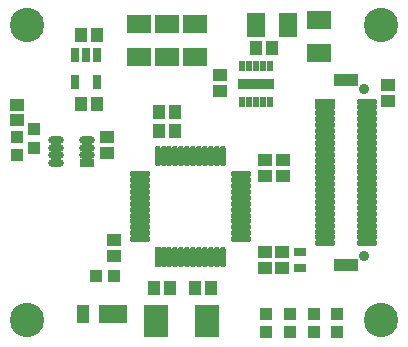
<source format=gts>
G04*
G04 #@! TF.GenerationSoftware,Altium Limited,Altium Designer,19.0.10 (269)*
G04*
G04 Layer_Color=8388736*
%FSLAX25Y25*%
%MOIN*%
G70*
G01*
G75*
%ADD37R,0.04343X0.06312*%
%ADD38R,0.09461X0.06312*%
%ADD39R,0.04147X0.04147*%
%ADD40R,0.04143X0.04537*%
%ADD41R,0.04147X0.04147*%
%ADD42R,0.04537X0.04143*%
%ADD43R,0.07887X0.06312*%
%ADD44R,0.03162X0.04934*%
%ADD45R,0.03950X0.03162*%
%ADD46R,0.06312X0.07887*%
%ADD47R,0.12217X0.03556*%
%ADD48R,0.01981X0.03359*%
%ADD49O,0.06902X0.01981*%
%ADD50O,0.01981X0.06902*%
%ADD51R,0.01981X0.06902*%
%ADD52R,0.08280X0.11036*%
%ADD53R,0.07887X0.03950*%
%ADD54O,0.07099X0.01981*%
%ADD55R,0.07099X0.01981*%
%ADD56R,0.05131X0.02572*%
%ADD57O,0.05131X0.02572*%
%ADD58C,0.11430*%
%ADD59C,0.03556*%
G36*
X80453Y84213D02*
X82146D01*
Y81142D01*
X80453D01*
Y84213D01*
D02*
G37*
G36*
X82815D02*
X84508D01*
Y81142D01*
X82815D01*
Y84213D01*
D02*
G37*
G36*
X85177D02*
X86870D01*
Y81142D01*
X85177D01*
Y84213D01*
D02*
G37*
G36*
X87539D02*
X89232D01*
Y81142D01*
X87539D01*
Y84213D01*
D02*
G37*
G36*
X89902D02*
X91594D01*
Y81142D01*
X89902D01*
Y84213D01*
D02*
G37*
G36*
X91594Y93150D02*
X89902D01*
Y96220D01*
X91594D01*
Y93150D01*
D02*
G37*
G36*
X89232D02*
X87539D01*
Y96220D01*
X89232D01*
Y93150D01*
D02*
G37*
G36*
X86870D02*
X85177D01*
Y96220D01*
X86870D01*
Y93150D01*
D02*
G37*
G36*
X84508D02*
X82815D01*
Y96220D01*
X84508D01*
Y93150D01*
D02*
G37*
G36*
X82146D02*
X80453D01*
Y96220D01*
X82146D01*
Y93150D01*
D02*
G37*
G36*
X91988Y87047D02*
X80059D01*
Y90315D01*
X91988D01*
Y87047D01*
D02*
G37*
D37*
X28366Y12027D02*
D03*
D38*
X38405D02*
D03*
D39*
X38858Y24409D02*
D03*
X32756D02*
D03*
D40*
X52165Y20472D02*
D03*
X57480D02*
D03*
X71161D02*
D03*
X65847D02*
D03*
X53642Y72869D02*
D03*
X58957D02*
D03*
X33169Y104823D02*
D03*
X27854D02*
D03*
X33169Y81890D02*
D03*
X27854D02*
D03*
X58957Y79134D02*
D03*
X53642D02*
D03*
X91339Y100394D02*
D03*
X86024D02*
D03*
D41*
X113189Y5709D02*
D03*
Y11811D02*
D03*
X105315Y5709D02*
D03*
Y11811D02*
D03*
X97441Y5709D02*
D03*
Y11811D02*
D03*
X89567Y5709D02*
D03*
Y11811D02*
D03*
X12008Y73425D02*
D03*
Y67323D02*
D03*
X6299Y70866D02*
D03*
Y64764D02*
D03*
D42*
X130137Y82917D02*
D03*
Y88232D02*
D03*
X94882Y32677D02*
D03*
Y27362D02*
D03*
X88976D02*
D03*
Y32677D02*
D03*
X74016Y91634D02*
D03*
Y86319D02*
D03*
X95276Y63287D02*
D03*
Y57972D02*
D03*
X89173Y63287D02*
D03*
Y57972D02*
D03*
X38780Y31126D02*
D03*
Y36441D02*
D03*
X36614Y70866D02*
D03*
Y65551D02*
D03*
X6299Y81693D02*
D03*
Y76378D02*
D03*
D43*
X107283Y98917D02*
D03*
Y109744D02*
D03*
X47244Y108465D02*
D03*
Y97638D02*
D03*
X65748Y108465D02*
D03*
Y97638D02*
D03*
X56299Y108465D02*
D03*
Y97638D02*
D03*
D44*
X33169Y89075D02*
D03*
X25689D02*
D03*
Y98130D02*
D03*
X29429D02*
D03*
X33169D02*
D03*
D45*
X100787Y32677D02*
D03*
Y27165D02*
D03*
D46*
X96850Y108268D02*
D03*
X86024D02*
D03*
D47*
Y88681D02*
D03*
D48*
X90748Y82677D02*
D03*
X88386D02*
D03*
X86024D02*
D03*
X83661D02*
D03*
X81299D02*
D03*
Y94685D02*
D03*
X83661D02*
D03*
X86024D02*
D03*
X88386D02*
D03*
X90748D02*
D03*
D49*
X47343Y36811D02*
D03*
Y38780D02*
D03*
Y40748D02*
D03*
Y42717D02*
D03*
Y44685D02*
D03*
Y46654D02*
D03*
Y48622D02*
D03*
Y50591D02*
D03*
Y52559D02*
D03*
Y54528D02*
D03*
Y56496D02*
D03*
Y58465D02*
D03*
X81004D02*
D03*
Y56496D02*
D03*
Y54528D02*
D03*
Y52559D02*
D03*
Y50591D02*
D03*
Y48622D02*
D03*
Y46654D02*
D03*
Y44685D02*
D03*
Y42717D02*
D03*
Y40748D02*
D03*
Y38780D02*
D03*
Y36811D02*
D03*
D50*
X53347Y64468D02*
D03*
X55315D02*
D03*
X57284D02*
D03*
X59252D02*
D03*
X61221D02*
D03*
X63189D02*
D03*
X65158D02*
D03*
X67126D02*
D03*
X69095D02*
D03*
X71063D02*
D03*
X73032D02*
D03*
X75000D02*
D03*
Y30807D02*
D03*
X73032D02*
D03*
X71063D02*
D03*
X69095D02*
D03*
X67126D02*
D03*
X65158D02*
D03*
X63189D02*
D03*
X61221D02*
D03*
X59252D02*
D03*
X57284D02*
D03*
X55315D02*
D03*
D51*
X53347D02*
D03*
D52*
X69685Y9449D02*
D03*
X52756D02*
D03*
D53*
X116142Y89764D02*
D03*
Y28346D02*
D03*
D54*
X123228Y35433D02*
D03*
Y37402D02*
D03*
Y39370D02*
D03*
Y41339D02*
D03*
Y43307D02*
D03*
Y45276D02*
D03*
Y47244D02*
D03*
Y49213D02*
D03*
Y51181D02*
D03*
Y53150D02*
D03*
Y55118D02*
D03*
Y57087D02*
D03*
Y59055D02*
D03*
Y61024D02*
D03*
Y62992D02*
D03*
Y64961D02*
D03*
Y66929D02*
D03*
Y68898D02*
D03*
Y70866D02*
D03*
Y72835D02*
D03*
Y74803D02*
D03*
Y76772D02*
D03*
Y78740D02*
D03*
Y80709D02*
D03*
Y82677D02*
D03*
X109055Y35433D02*
D03*
Y37402D02*
D03*
Y39370D02*
D03*
Y41339D02*
D03*
Y43307D02*
D03*
Y45276D02*
D03*
Y47244D02*
D03*
Y49213D02*
D03*
Y51181D02*
D03*
Y53150D02*
D03*
Y55118D02*
D03*
Y57087D02*
D03*
Y59055D02*
D03*
Y61024D02*
D03*
Y62992D02*
D03*
Y64961D02*
D03*
Y66929D02*
D03*
Y68898D02*
D03*
Y70866D02*
D03*
Y72835D02*
D03*
Y74803D02*
D03*
Y76772D02*
D03*
Y78740D02*
D03*
Y80709D02*
D03*
D55*
Y82677D02*
D03*
D56*
X29921Y62205D02*
D03*
D57*
Y64764D02*
D03*
Y67323D02*
D03*
Y69882D02*
D03*
X19488Y62205D02*
D03*
Y69882D02*
D03*
Y67323D02*
D03*
Y64764D02*
D03*
D58*
X9843Y108268D02*
D03*
X127953D02*
D03*
Y9843D02*
D03*
X9843D02*
D03*
D59*
X122047Y31299D02*
D03*
Y86811D02*
D03*
M02*

</source>
